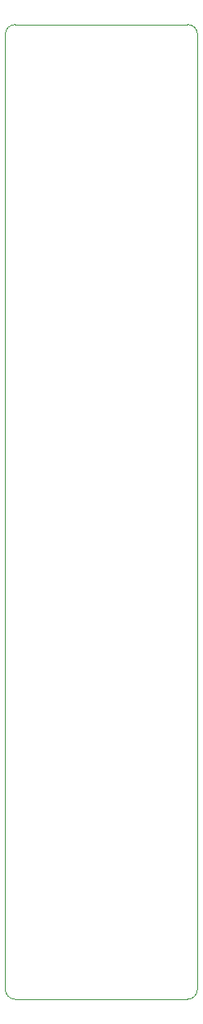
<source format=gbr>
%TF.GenerationSoftware,KiCad,Pcbnew,(6.0.0-0)*%
%TF.CreationDate,2022-01-12T00:44:38+05:30*%
%TF.ProjectId,pre,7072652e-6b69-4636-9164-5f7063625858,rev?*%
%TF.SameCoordinates,Original*%
%TF.FileFunction,Profile,NP*%
%FSLAX46Y46*%
G04 Gerber Fmt 4.6, Leading zero omitted, Abs format (unit mm)*
G04 Created by KiCad (PCBNEW (6.0.0-0)) date 2022-01-12 00:44:38*
%MOMM*%
%LPD*%
G01*
G04 APERTURE LIST*
%TA.AperFunction,Profile*%
%ADD10C,0.100000*%
%TD*%
G04 APERTURE END LIST*
D10*
X98167893Y-40250000D02*
G75*
G03*
X97167893Y-39250000I-999999J1D01*
G01*
X79375000Y-39250000D02*
G75*
G03*
X78375000Y-40250000I-1J-999999D01*
G01*
X78375000Y-40250000D02*
X78375000Y-138250000D01*
X97167893Y-39250000D02*
X79375000Y-39250000D01*
X98167893Y-40250000D02*
X98167893Y-138250000D01*
X78375000Y-138250000D02*
G75*
G03*
X79375000Y-139250000I999999J-1D01*
G01*
X97167893Y-139250000D02*
G75*
G03*
X98167893Y-138250000I1J999999D01*
G01*
X79375000Y-139250000D02*
X97167893Y-139250000D01*
M02*

</source>
